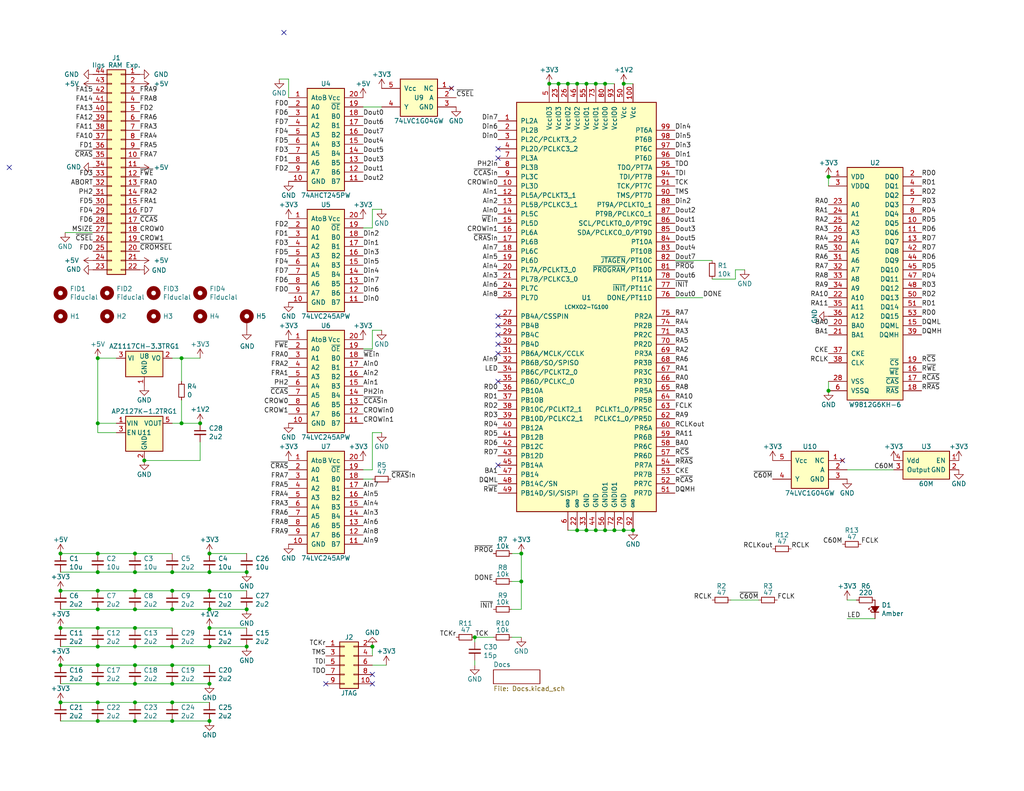
<source format=kicad_sch>
(kicad_sch (version 20230121) (generator eeschema)
  (paper "USLetter")
  (title_block (title "GW4201D (RAM2GS II) - LCMXO2-640 / LCMXO2-1200") (date "2023-10-27") (rev "2.1") (company "Garrett's Workshop"))
  (junction (at 16.51 191.77))
  (junction (at 26.67 181.61))
  (junction (at 57.15 161.29))
  (junction (at 26.67 166.37))
  (junction (at 36.83 181.61))
  (junction (at 67.31 176.53))
  (junction (at 157.48 144.78))
  (junction (at 26.67 196.85))
  (junction (at 36.83 191.77))
  (junction (at 26.67 151.13))
  (junction (at 46.99 196.85))
  (junction (at 49.53 97.79))
  (junction (at 36.83 156.21))
  (junction (at 160.02 144.78))
  (junction (at 39.37 125.73))
  (junction (at 57.15 166.37))
  (junction (at 57.15 196.85))
  (junction (at 67.31 156.21))
  (junction (at 16.51 171.45))
  (junction (at 142.24 151.13))
  (junction (at 170.18 144.78))
  (junction (at 170.18 22.86))
  (junction (at 46.99 156.21))
  (junction (at 46.99 191.77))
  (junction (at 16.51 181.61))
  (junction (at 26.67 115.57))
  (junction (at 26.67 191.77))
  (junction (at 26.67 171.45))
  (junction (at 172.72 144.78))
  (junction (at 36.83 186.69))
  (junction (at 162.56 22.86))
  (junction (at 101.6 176.53))
  (junction (at 57.15 176.53))
  (junction (at 46.99 161.29))
  (junction (at 162.56 144.78))
  (junction (at 36.83 151.13))
  (junction (at 36.83 161.29))
  (junction (at 57.15 186.69))
  (junction (at 226.06 48.26))
  (junction (at 36.83 171.45))
  (junction (at 36.83 166.37))
  (junction (at 67.31 166.37))
  (junction (at 226.06 106.68))
  (junction (at 26.67 161.29))
  (junction (at 57.15 151.13))
  (junction (at 49.53 115.57))
  (junction (at 36.83 196.85))
  (junction (at 26.67 176.53))
  (junction (at 142.24 158.75))
  (junction (at 46.99 176.53))
  (junction (at 165.1 144.78))
  (junction (at 157.48 22.86))
  (junction (at 149.86 22.86))
  (junction (at 57.15 171.45))
  (junction (at 154.94 22.86))
  (junction (at 54.61 115.57))
  (junction (at 26.67 186.69))
  (junction (at 26.67 156.21))
  (junction (at 26.67 97.79))
  (junction (at 160.02 22.86))
  (junction (at 46.99 186.69))
  (junction (at 129.54 173.99))
  (junction (at 152.4 22.86))
  (junction (at 46.99 181.61))
  (junction (at 167.64 144.78))
  (junction (at 165.1 22.86))
  (junction (at 36.83 176.53))
  (junction (at 16.51 161.29))
  (junction (at 46.99 166.37))
  (junction (at 16.51 151.13))
  (junction (at 57.15 156.21))
  (no_connect (at 88.9 186.69))
  (no_connect (at 101.6 184.15))
  (no_connect (at 135.89 88.9))
  (no_connect (at 135.89 43.18))
  (no_connect (at 101.6 186.69))
  (no_connect (at 135.89 86.36))
  (no_connect (at 135.89 127))
  (no_connect (at 2.54 45.72))
  (no_connect (at 229.87 125.73))
  (no_connect (at 135.89 96.52))
  (no_connect (at 135.89 40.64))
  (no_connect (at 135.89 91.44))
  (no_connect (at 135.89 93.98))
  (no_connect (at 135.89 104.14))
  (no_connect (at 77.47 8.89))
  (no_connect (at 123.19 24.13))
  (wire (pts (xy 46.99 176.53) (xy 57.15 176.53)))
  (wire (pts (xy 31.75 118.11) (xy 26.67 118.11)))
  (wire (pts (xy 49.53 109.22) (xy 49.53 115.57)))
  (wire (pts (xy 16.51 176.53) (xy 26.67 176.53)))
  (wire (pts (xy 36.83 176.53) (xy 46.99 176.53)))
  (wire (pts (xy 36.83 156.21) (xy 46.99 156.21)))
  (wire (pts (xy 78.74 21.59) (xy 76.2 21.59)))
  (wire (pts (xy 36.83 186.69) (xy 46.99 186.69)))
  (wire (pts (xy 26.67 196.85) (xy 36.83 196.85)))
  (wire (pts (xy 16.51 181.61) (xy 26.67 181.61)))
  (wire (pts (xy 142.24 151.13) (xy 139.7 151.13)))
  (wire (pts (xy 162.56 22.86) (xy 165.1 22.86)))
  (wire (pts (xy 101.6 90.17) (xy 104.14 90.17)))
  (wire (pts (xy 46.99 196.85) (xy 57.15 196.85)))
  (wire (pts (xy 200.66 73.66) (xy 203.2 73.66)))
  (wire (pts (xy 57.15 171.45) (xy 67.31 171.45)))
  (wire (pts (xy 101.6 130.81) (xy 99.06 130.81)))
  (wire (pts (xy 46.99 156.21) (xy 57.15 156.21)))
  (wire (pts (xy 101.6 57.15) (xy 104.14 57.15)))
  (wire (pts (xy 26.67 156.21) (xy 36.83 156.21)))
  (wire (pts (xy 160.02 144.78) (xy 157.48 144.78)))
  (wire (pts (xy 139.7 173.99) (xy 142.24 173.99)))
  (wire (pts (xy 226.06 106.68) (xy 226.06 104.14)))
  (wire (pts (xy 104.14 29.21) (xy 99.06 29.21)))
  (wire (pts (xy 194.31 71.12) (xy 184.15 71.12)))
  (wire (pts (xy 46.99 181.61) (xy 57.15 181.61)))
  (wire (pts (xy 46.99 191.77) (xy 57.15 191.77)))
  (wire (pts (xy 36.83 166.37) (xy 46.99 166.37)))
  (wire (pts (xy 200.66 76.2) (xy 200.66 73.66)))
  (wire (pts (xy 16.51 156.21) (xy 26.67 156.21)))
  (wire (pts (xy 26.67 161.29) (xy 36.83 161.29)))
  (wire (pts (xy 78.74 26.67) (xy 78.74 21.59)))
  (wire (pts (xy 16.51 166.37) (xy 26.67 166.37)))
  (wire (pts (xy 16.51 151.13) (xy 26.67 151.13)))
  (wire (pts (xy 154.94 22.86) (xy 157.48 22.86)))
  (wire (pts (xy 238.76 168.91) (xy 231.14 168.91)))
  (wire (pts (xy 101.6 118.11) (xy 104.14 118.11)))
  (wire (pts (xy 36.83 161.29) (xy 46.99 161.29)))
  (wire (pts (xy 46.99 166.37) (xy 57.15 166.37)))
  (wire (pts (xy 194.31 76.2) (xy 200.66 76.2)))
  (wire (pts (xy 152.4 22.86) (xy 154.94 22.86)))
  (wire (pts (xy 36.83 191.77) (xy 46.99 191.77)))
  (wire (pts (xy 105.41 181.61) (xy 101.6 181.61)))
  (wire (pts (xy 172.72 22.86) (xy 170.18 22.86)))
  (wire (pts (xy 184.15 81.28) (xy 191.77 81.28)))
  (wire (pts (xy 129.54 181.61) (xy 129.54 180.34)))
  (wire (pts (xy 142.24 151.13) (xy 142.24 158.75)))
  (wire (pts (xy 54.61 115.57) (xy 49.53 115.57)))
  (wire (pts (xy 101.6 62.23) (xy 101.6 57.15)))
  (wire (pts (xy 67.31 161.29) (xy 57.15 161.29)))
  (wire (pts (xy 142.24 158.75) (xy 142.24 166.37)))
  (wire (pts (xy 101.6 95.25) (xy 101.6 90.17)))
  (wire (pts (xy 46.99 161.29) (xy 57.15 161.29)))
  (wire (pts (xy 16.51 171.45) (xy 26.67 171.45)))
  (wire (pts (xy 26.67 186.69) (xy 36.83 186.69)))
  (wire (pts (xy 165.1 22.86) (xy 167.64 22.86)))
  (wire (pts (xy 31.75 115.57) (xy 26.67 115.57)))
  (wire (pts (xy 17.78 63.5) (xy 25.4 63.5)))
  (wire (pts (xy 157.48 22.86) (xy 160.02 22.86)))
  (wire (pts (xy 160.02 22.86) (xy 162.56 22.86)))
  (wire (pts (xy 26.67 191.77) (xy 36.83 191.77)))
  (wire (pts (xy 54.61 125.73) (xy 39.37 125.73)))
  (wire (pts (xy 26.67 151.13) (xy 36.83 151.13)))
  (wire (pts (xy 46.99 186.69) (xy 57.15 186.69)))
  (wire (pts (xy 26.67 171.45) (xy 36.83 171.45)))
  (wire (pts (xy 49.53 115.57) (xy 46.99 115.57)))
  (wire (pts (xy 54.61 120.65) (xy 54.61 125.73)))
  (wire (pts (xy 26.67 115.57) (xy 26.67 97.79)))
  (wire (pts (xy 101.6 128.27) (xy 99.06 128.27)))
  (wire (pts (xy 36.83 181.61) (xy 46.99 181.61)))
  (wire (pts (xy 57.15 166.37) (xy 67.31 166.37)))
  (wire (pts (xy 26.67 97.79) (xy 31.75 97.79)))
  (wire (pts (xy 165.1 144.78) (xy 162.56 144.78)))
  (wire (pts (xy 16.51 186.69) (xy 26.67 186.69)))
  (wire (pts (xy 16.51 196.85) (xy 26.67 196.85)))
  (wire (pts (xy 36.83 151.13) (xy 46.99 151.13)))
  (wire (pts (xy 49.53 104.14) (xy 49.53 97.79)))
  (wire (pts (xy 16.51 161.29) (xy 26.67 161.29)))
  (wire (pts (xy 26.67 181.61) (xy 36.83 181.61)))
  (wire (pts (xy 142.24 158.75) (xy 139.7 158.75)))
  (wire (pts (xy 57.15 176.53) (xy 67.31 176.53)))
  (wire (pts (xy 101.6 95.25) (xy 99.06 95.25)))
  (wire (pts (xy 129.54 173.99) (xy 134.62 173.99)))
  (wire (pts (xy 54.61 97.79) (xy 49.53 97.79)))
  (wire (pts (xy 170.18 144.78) (xy 167.64 144.78)))
  (wire (pts (xy 231.14 128.27) (xy 243.84 128.27)))
  (wire (pts (xy 167.64 144.78) (xy 165.1 144.78)))
  (wire (pts (xy 162.56 144.78) (xy 160.02 144.78)))
  (wire (pts (xy 67.31 151.13) (xy 57.15 151.13)))
  (wire (pts (xy 16.51 191.77) (xy 26.67 191.77)))
  (wire (pts (xy 26.67 166.37) (xy 36.83 166.37)))
  (wire (pts (xy 101.6 176.53) (xy 101.6 179.07)))
  (wire (pts (xy 129.54 173.99) (xy 129.54 175.26)))
  (wire (pts (xy 26.67 176.53) (xy 36.83 176.53)))
  (wire (pts (xy 57.15 156.21) (xy 67.31 156.21)))
  (wire (pts (xy 149.86 22.86) (xy 152.4 22.86)))
  (wire (pts (xy 142.24 166.37) (xy 139.7 166.37)))
  (wire (pts (xy 101.6 118.11) (xy 101.6 128.27)))
  (wire (pts (xy 157.48 144.78) (xy 154.94 144.78)))
  (wire (pts (xy 36.83 171.45) (xy 46.99 171.45)))
  (wire (pts (xy 199.39 163.83) (xy 207.01 163.83)))
  (wire (pts (xy 49.53 97.79) (xy 46.99 97.79)))
  (wire (pts (xy 231.14 163.83) (xy 233.68 163.83)))
  (wire (pts (xy 36.83 196.85) (xy 46.99 196.85)))
  (wire (pts (xy 172.72 144.78) (xy 170.18 144.78)))
  (wire (pts (xy 26.67 118.11) (xy 26.67 115.57)))
  (wire (pts (xy 226.06 48.26) (xy 226.06 50.8)))
  (wire (pts (xy 101.6 62.23) (xy 99.06 62.23)))
  (label "FD2" (at 78.74 46.99 180))
  (label "RA2" (at 184.15 96.52 0))
  (label "Dout2" (at 184.15 58.42 0))
  (label "RA0" (at 226.06 55.88 180))
  (label "RD7" (at 251.46 68.58 0))
  (label "Ain6" (at 135.89 78.74 180))
  (label "TDO" (at 184.15 45.72 0))
  (label "Dout7" (at 99.06 36.83 0))
  (label "BA0" (at 184.15 121.92 0))
  (label "~{FWE}" (at 78.74 95.25 180))
  (label "MSIZE" (at 25.4 63.5 180))
  (label "RD6" (at 135.89 121.92 180))
  (label "FRA3" (at 78.74 138.43 180))
  (label "TCK" (at 133.35 173.99 180))
  (label "RA2" (at 226.06 60.96 180))
  (label "Din7" (at 135.89 33.02 180))
  (label "RD4" (at 135.89 116.84 180))
  (label "RA11" (at 184.15 119.38 0))
  (label "RD1" (at 251.46 83.82 0))
  (label "Ain1" (at 99.06 105.41 0))
  (label "DONE" (at 134.62 158.75 180))
  (label "FRA1" (at 38.1 55.88 0))
  (label "Dout2" (at 99.06 49.53 0))
  (label "CROWin1" (at 135.89 63.5 180))
  (label "Ain4" (at 135.89 73.66 180))
  (label "FD3" (at 25.4 48.26 180))
  (label "RCLKout" (at 210.82 149.86 180))
  (label "LED" (at 135.89 101.6 180))
  (label "RA4" (at 184.15 88.9 0))
  (label "CROW0" (at 78.74 110.49 180))
  (label "FRA9" (at 78.74 146.05 180))
  (label "R~{WE}" (at 135.89 134.62 180))
  (label "Dout6" (at 99.06 34.29 0))
  (label "~{WE}in" (at 135.89 60.96 180))
  (label "RA0" (at 184.15 104.14 0))
  (label "RD7" (at 135.89 124.46 180))
  (label "~{CCAS}in" (at 99.06 110.49 0))
  (label "FRA4" (at 38.1 38.1 0))
  (label "FRA6" (at 38.1 33.02 0))
  (label "FD7" (at 78.74 34.29 180))
  (label "RA6" (at 226.06 71.12 180))
  (label "Din3" (at 99.06 69.85 0))
  (label "RA3" (at 184.15 91.44 0))
  (label "TCK" (at 184.15 50.8 0))
  (label "Ain8" (at 99.06 146.05 0))
  (label "FD2" (at 78.74 62.23 180))
  (label "FRA4" (at 78.74 135.89 180))
  (label "Dout5" (at 99.06 41.91 0))
  (label "Dout0" (at 184.15 81.28 0))
  (label "Dout4" (at 184.15 68.58 0))
  (label "RD7" (at 251.46 66.04 0))
  (label "RD5" (at 135.89 119.38 180))
  (label "RD3" (at 251.46 78.74 0))
  (label "TDI" (at 184.15 48.26 0))
  (label "R~{CS}" (at 184.15 124.46 0))
  (label "RA3" (at 226.06 63.5 180))
  (label "Dout5" (at 184.15 66.04 0))
  (label "TCKr" (at 88.9 176.53 180))
  (label "~{INIT}" (at 134.62 166.37 180))
  (label "Din5" (at 184.15 38.1 0))
  (label "RA8" (at 184.15 106.68 0))
  (label "PH2in" (at 135.89 45.72 180))
  (label "~{CRAS}in" (at 106.68 130.81 0))
  (label "~{CSEL}" (at 124.46 26.67 0))
  (label "RD1" (at 251.46 50.8 0))
  (label "FD6" (at 78.74 77.47 180))
  (label "~{PROG}" (at 134.62 151.13 180))
  (label "RA5" (at 226.06 68.58 180))
  (label "FD1" (at 78.74 44.45 180))
  (label "FA11" (at 25.4 35.56 180))
  (label "CROWin0" (at 135.89 50.8 180))
  (label "~{C60M}" (at 207.01 163.83 180))
  (label "FCLK" (at 234.95 148.59 0))
  (label "RA8" (at 226.06 76.2 180))
  (label "~{CRAS}" (at 25.4 43.18 180))
  (label "BA0" (at 226.06 88.9 180))
  (label "Ain6" (at 99.06 143.51 0))
  (label "RD3" (at 251.46 55.88 0))
  (label "TMS" (at 184.15 53.34 0))
  (label "FA14" (at 25.4 27.94 180))
  (label "Dout1" (at 99.06 46.99 0))
  (label "~{WE}in" (at 99.06 97.79 0))
  (label "FD7" (at 78.74 74.93 180))
  (label "LED" (at 231.14 168.91 0))
  (label "FD4" (at 78.74 36.83 180))
  (label "FCLK" (at 212.09 163.83 0))
  (label "RA11" (at 226.06 83.82 180))
  (label "CROWin0" (at 99.06 113.03 0))
  (label "Dout4" (at 99.06 39.37 0))
  (label "C60M" (at 243.84 128.27 180))
  (label "FRA0" (at 78.74 97.79 180))
  (label "RA10" (at 184.15 109.22 0))
  (label "Dout1" (at 184.15 60.96 0))
  (label "PH2" (at 78.74 105.41 180))
  (label "FRA8" (at 78.74 143.51 180))
  (label "Din6" (at 99.06 80.01 0))
  (label "RA7" (at 184.15 86.36 0))
  (label "Din1" (at 184.15 43.18 0))
  (label "FD1" (at 25.4 40.64 180))
  (label "CROW1" (at 78.74 113.03 180))
  (label "Din6" (at 135.89 35.56 180))
  (label "FRA2" (at 78.74 100.33 180))
  (label "FD6" (at 25.4 60.96 180))
  (label "FD6" (at 78.74 31.75 180))
  (label "FD0" (at 78.74 80.01 180))
  (label "Din5" (at 99.06 72.39 0))
  (label "RCLK" (at 194.31 163.83 180))
  (label "ABORT" (at 25.4 50.8 180))
  (label "Ain7" (at 135.89 68.58 180))
  (label "Ain2" (at 99.06 102.87 0))
  (label "RCLKout" (at 184.15 116.84 0))
  (label "R~{CAS}" (at 251.46 104.14 0))
  (label "Ain5" (at 135.89 71.12 180))
  (label "RCLK" (at 215.9 149.86 0))
  (label "Dout0" (at 99.06 31.75 0))
  (label "RD0" (at 251.46 48.26 0))
  (label "CROW0" (at 38.1 63.5 0))
  (label "RD4" (at 251.46 76.2 0))
  (label "C60M" (at 229.87 148.59 180))
  (label "FD7" (at 38.1 58.42 0))
  (label "Ain9" (at 135.89 99.06 180))
  (label "CKE" (at 226.06 96.52 180))
  (label "FRA7" (at 78.74 130.81 180))
  (label "CROW1" (at 38.1 66.04 0))
  (label "~{CRAS}in" (at 135.89 66.04 180))
  (label "Din2" (at 99.06 64.77 0))
  (label "~{CCAS}" (at 38.1 60.96 0))
  (label "TCKr" (at 124.46 173.99 180))
  (label "DQMH" (at 251.46 91.44 0))
  (label "FRA3" (at 38.1 35.56 0))
  (label "FRA2" (at 38.1 53.34 0))
  (label "TDO" (at 88.9 184.15 180))
  (label "~{PROG}" (at 184.15 73.66 0))
  (label "~{FWE}" (at 38.1 48.26 0))
  (label "Ain2" (at 135.89 55.88 180))
  (label "RD6" (at 251.46 63.5 0))
  (label "RA7" (at 226.06 73.66 180))
  (label "FRA6" (at 78.74 140.97 180))
  (label "RD2" (at 135.89 111.76 180))
  (label "FRA7" (at 38.1 43.18 0))
  (label "FRA9" (at 38.1 25.4 0))
  (label "RD2" (at 251.46 53.34 0))
  (label "Dout3" (at 99.06 44.45 0))
  (label "Ain3" (at 135.89 76.2 180))
  (label "R~{CAS}" (at 184.15 132.08 0))
  (label "RA6" (at 184.15 99.06 0))
  (label "RD6" (at 251.46 71.12 0))
  (label "Din0" (at 135.89 38.1 180))
  (label "Dout6" (at 184.15 76.2 0))
  (label "Ain0" (at 135.89 58.42 180))
  (label "FRA5" (at 78.74 133.35 180))
  (label "Ain4" (at 99.06 138.43 0))
  (label "FD2" (at 38.1 30.48 0))
  (label "~{CCAS}in" (at 135.89 48.26 180))
  (label "FA15" (at 25.4 25.4 180))
  (label "DQML" (at 135.89 132.08 180))
  (label "FD0" (at 25.4 68.58 180))
  (label "~{CCAS}" (at 78.74 107.95 180))
  (label "Din1" (at 99.06 67.31 0))
  (label "~{CRAS}" (at 78.74 128.27 180))
  (label "RD4" (at 251.46 58.42 0))
  (label "Dout3" (at 184.15 63.5 0))
  (label "Din3" (at 184.15 40.64 0))
  (label "FD3" (at 78.74 41.91 180))
  (label "RCLK" (at 226.06 99.06 180))
  (label "RD1" (at 135.89 109.22 180))
  (label "FCLK" (at 184.15 111.76 0))
  (label "FRA0" (at 38.1 50.8 0))
  (label "RD2" (at 251.46 81.28 0))
  (label "RD0" (at 135.89 106.68 180))
  (label "R~{RAS}" (at 184.15 127 0))
  (label "Ain7" (at 99.06 133.35 0))
  (label "RA5" (at 184.15 93.98 0))
  (label "FD5" (at 25.4 55.88 180))
  (label "RD0" (at 251.46 86.36 0))
  (label "PH2in" (at 99.06 107.95 0))
  (label "FD3" (at 78.74 67.31 180))
  (label "PH2" (at 25.4 53.34 180))
  (label "TMS" (at 88.9 179.07 180))
  (label "FRA1" (at 78.74 102.87 180))
  (label "RD3" (at 135.89 114.3 180))
  (label "TDI" (at 88.9 181.61 180))
  (label "RA1" (at 184.15 101.6 0))
  (label "R~{CS}" (at 251.46 99.06 0))
  (label "FD0" (at 78.74 29.21 180))
  (label "RA9" (at 184.15 114.3 0))
  (label "RA9" (at 226.06 78.74 180))
  (label "FA10" (at 25.4 38.1 180))
  (label "CROWin1" (at 99.06 115.57 0))
  (label "FD5" (at 78.74 69.85 180))
  (label "RD5" (at 251.46 73.66 0))
  (label "DQML" (at 251.46 88.9 0))
  (label "Ain5" (at 99.06 135.89 0))
  (label "Ain1" (at 135.89 53.34 180))
  (label "DQMH" (at 184.15 134.62 0))
  (label "Ain0" (at 99.06 100.33 0))
  (label "FD4" (at 78.74 72.39 180))
  (label "Din4" (at 184.15 35.56 0))
  (label "~{CSEL}" (at 25.4 66.04 180))
  (label "~{CROMSEL}" (at 38.1 68.58 0))
  (label "FA13" (at 25.4 30.48 180))
  (label "~{INIT}" (at 184.15 78.74 0))
  (label "Din4" (at 99.06 74.93 0))
  (label "DONE" (at 191.77 81.28 0))
  (label "~{C60M}" (at 210.82 130.81 180))
  (label "RA10" (at 226.06 81.28 180))
  (label "RA1" (at 226.06 58.42 180))
  (label "RD5" (at 251.46 60.96 0))
  (label "R~{WE}" (at 251.46 101.6 0))
  (label "Din2" (at 184.15 55.88 0))
  (label "BA1" (at 135.89 129.54 180))
  (label "Din0" (at 99.06 82.55 0))
  (label "FRA8" (at 38.1 27.94 0))
  (label "Dout7" (at 184.15 71.12 0))
  (label "CKE" (at 184.15 129.54 0))
  (label "FD1" (at 78.74 64.77 180))
  (label "BA1" (at 226.06 91.44 180))
  (label "FRA5" (at 38.1 40.64 0))
  (label "R~{RAS}" (at 251.46 106.68 0))
  (label "Ain9" (at 99.06 148.59 0))
  (label "Ain3" (at 99.06 140.97 0))
  (label "FD5" (at 78.74 39.37 180))
  (label "Din7" (at 99.06 77.47 0))
  (label "FA12" (at 25.4 33.02 180))
  (label "RA4" (at 226.06 66.04 180))
  (label "FD4" (at 25.4 58.42 180))
  (label "Ain8" (at 135.89 81.28 180))
  (symbol (lib_id "Connector_Generic:Conn_02x22_Counter_Clockwise") (at 33.02 45.72 0) (mirror y) (unit 1)
    (property "Reference" "J1" (at 31.75 16.51 0) (effects (justify bottom)))
    (property "Value" "IIgs RAM Exp." (at 31.75 17.78 0))
    (property "Footprint" "stdpads:AppleIIgsMemoryExpansion_Edge" (effects hide))
    (property "Notes" "DNP - edge connector" (effects hide))
  )
  (symbol (lib_id "power:GND") (at 38.1 20.32 90) (mirror x) (unit 1)
    (property "Reference" "#PWR0101" (effects hide))
    (property "Value" "GND" (at 41.91 20.32 90) (effects (justify right)))
  )
  (symbol (lib_id "power:GND") (at 25.4 20.32 270) (mirror x) (unit 1)
    (property "Reference" "#PWR0102" (effects hide))
    (property "Value" "GND" (at 21.59 20.32 90) (effects (justify right)))
  )
  (symbol (lib_id "power:GND") (at 25.4 73.66 270) (mirror x) (unit 1)
    (property "Reference" "#PWR0103" (effects hide))
    (property "Value" "GND" (at 22.1488 73.533 90) (effects (justify right)))
  )
  (symbol (lib_id "power:GND") (at 38.1 73.66 90) (mirror x) (unit 1)
    (property "Reference" "#PWR0104" (effects hide))
    (property "Value" "GND" (at 41.3512 73.787 90) (effects (justify right)))
  )
  (symbol (lib_id "power:+5V") (at 38.1 22.86 270) (mirror x) (unit 1)
    (property "Reference" "#PWR0105" (effects hide))
    (property "Value" "+5V" (at 41.91 22.86 90) (effects (justify left)))
  )
  (symbol (lib_id "power:+5V") (at 25.4 22.86 90) (mirror x) (unit 1)
    (property "Reference" "#PWR0106" (effects hide))
    (property "Value" "+5V" (at 21.59 22.86 90) (effects (justify left)))
  )
  (symbol (lib_id "power:+5V") (at 38.1 71.12 270) (mirror x) (unit 1)
    (property "Reference" "#PWR0107" (effects hide))
    (property "Value" "+5V" (at 41.91 71.12 90) (effects (justify left)))
  )
  (symbol (lib_id "power:+5V") (at 25.4 71.12 90) (mirror x) (unit 1)
    (property "Reference" "#PWR0108" (effects hide))
    (property "Value" "+5V" (at 21.59 71.12 90) (effects (justify left)))
  )
  (symbol (lib_id "power:+5V") (at 38.1 45.72 270) (mirror x) (unit 1)
    (property "Reference" "#PWR0109" (effects hide))
    (property "Value" "+5V" (at 41.91 45.72 90) (effects (justify left)))
  )
  (symbol (lib_id "power:GND") (at 25.4 45.72 270) (mirror x) (unit 1)
    (property "Reference" "#PWR0110" (effects hide))
    (property "Value" "GND" (at 22.1488 45.593 90) (effects (justify right)))
  )
  (symbol (lib_id "Mechanical:MountingHole") (at 16.51 80.01 0) (unit 1)
    (property "Reference" "FID1" (at 19.05 78.8416 0) (effects (justify left)))
    (property "Value" "Fiducial" (at 19.05 81.153 0) (effects (justify left)))
    (property "Footprint" "stdpads:Fiducial" (effects hide))
    (property "Notes" "DNP - SMT vision system fiducial" (effects hide))
  )
  (symbol (lib_id "Mechanical:MountingHole") (at 29.21 80.01 0) (unit 1)
    (property "Reference" "FID2" (at 31.75 78.8416 0) (effects (justify left)))
    (property "Value" "Fiducial" (at 31.75 81.153 0) (effects (justify left)))
    (property "Footprint" "stdpads:Fiducial" (effects hide))
    (property "Notes" "DNP - SMT vision system fiducial" (effects hide))
  )
  (symbol (lib_id "Mechanical:MountingHole") (at 41.91 80.01 0) (unit 1)
    (property "Reference" "FID3" (at 44.45 78.8416 0) (effects (justify left)))
    (property "Value" "Fiducial" (at 44.45 81.153 0) (effects (justify left)))
    (property "Footprint" "stdpads:Fiducial" (effects hide))
    (property "Notes" "DNP - SMT vision system fiducial" (effects hide))
  )
  (symbol (lib_id "Mechanical:MountingHole") (at 54.61 80.01 0) (unit 1)
    (property "Reference" "FID4" (at 57.15 78.8416 0) (effects (justify left)))
    (property "Value" "Fiducial" (at 57.15 81.153 0) (effects (justify left)))
    (property "Footprint" "stdpads:Fiducial" (effects hide))
    (property "Notes" "DNP - SMT vision system fiducial" (effects hide))
  )
  (symbol (lib_id "GW_Logic:74245") (at 88.9 38.1 0) (unit 1)
    (property "Reference" "U4" (at 88.9 22.86 0))
    (property "Value" "74AHCT245PW" (at 88.9 53.34 0))
    (property "Footprint" "stdpads:TSSOP-20_4.4x6.5mm_P0.65mm" (effects hide))
    (property "LCSC Part" "C173388" (effects hide))
    (property "Mfg. Part Numbers" "NXP 74AHCT245PW, TI SN74AHCT245PW" (effects hide))
    (property "Notes" "Most 74AHCT245 in TSSOP-20 package is acceptable." (effects hide))
  )
  (symbol (lib_id "GW_Logic:74245") (at 88.9 71.12 0) (unit 1)
    (property "Reference" "U5" (at 88.9 55.88 0))
    (property "Value" "74LVC245APW" (at 88.9 86.36 0))
    (property "Footprint" "stdpads:TSSOP-20_4.4x6.5mm_P0.65mm" (effects hide))
    (property "LCSC Part" "C6082" (effects hide))
    (property "Mfg. Part Numbers" "NXP 74LVC245APW, TI SN74LVC245APW" (effects hide))
    (property "Notes" "Most 74LVC245 or 74AHC245 in TSSOP-20 package is acceptable." (effects hide))
  )
  (symbol (lib_id "GW_Logic:74245") (at 88.9 104.14 0) (unit 1)
    (property "Reference" "U6" (at 88.9 88.9 0))
    (property "Value" "74LVC245APW" (at 88.9 119.38 0))
    (property "Footprint" "stdpads:TSSOP-20_4.4x6.5mm_P0.65mm" (effects hide))
    (property "LCSC Part" "C6082" (effects hide))
    (property "Mfg. Part Numbers" "NXP 74LVC245APW, TI SN74LVC245APW" (effects hide))
    (property "Notes" "Most 74LVC245 or 74AHC245 in TSSOP-20 package is acceptable." (effects hide))
  )
  (symbol (lib_id "GW_Logic:74245") (at 88.9 137.16 0) (unit 1)
    (property "Reference" "U7" (at 88.9 121.92 0))
    (property "Value" "74LVC245APW" (at 88.9 152.4 0))
    (property "Footprint" "stdpads:TSSOP-20_4.4x6.5mm_P0.65mm" (effects hide))
    (property "LCSC Part" "C6082" (effects hide))
    (property "Mfg. Part Numbers" "NXP 74LVC245APW, TI SN74LVC245APW" (effects hide))
    (property "Notes" "Most 74LVC245 or 74AHC245 in TSSOP-20 package is acceptable." (effects hide))
  )
  (symbol (lib_id "power:GND") (at 78.74 115.57 0) (mirror y) (unit 1)
    (property "Reference" "#PWR0111" (effects hide))
    (property "Value" "GND" (at 78.74 119.38 0))
  )
  (symbol (lib_id "power:GND") (at 78.74 148.59 0) (mirror y) (unit 1)
    (property "Reference" "#PWR0112" (effects hide))
    (property "Value" "GND" (at 78.74 152.4 0))
  )
  (symbol (lib_id "power:GND") (at 78.74 82.55 0) (mirror y) (unit 1)
    (property "Reference" "#PWR0114" (effects hide))
    (property "Value" "GND" (at 78.74 86.36 0))
  )
  (symbol (lib_id "power:GND") (at 78.74 49.53 0) (mirror y) (unit 1)
    (property "Reference" "#PWR0115" (effects hide))
    (property "Value" "GND" (at 78.74 53.34 0))
  )
  (symbol (lib_id "power:GND") (at 76.2 21.59 0) (unit 1)
    (property "Reference" "#PWR0117" (effects hide))
    (property "Value" "GND" (at 76.2 25.4 0))
  )
  (symbol (lib_id "power:+3V3") (at 78.74 125.73 0) (unit 1)
    (property "Reference" "#PWR0118" (effects hide))
    (property "Value" "+3V3" (at 78.74 121.92 0))
  )
  (symbol (lib_id "power:+3V3") (at 99.06 125.73 0) (unit 1)
    (property "Reference" "#PWR0119" (effects hide))
    (property "Value" "+3V3" (at 97.79 121.92 0))
  )
  (symbol (lib_id "power:+3V3") (at 99.06 92.71 0) (unit 1)
    (property "Reference" "#PWR0120" (effects hide))
    (property "Value" "+3V3" (at 99.06 88.9 0))
  )
  (symbol (lib_id "power:+3V3") (at 99.06 59.69 0) (unit 1)
    (property "Reference" "#PWR0121" (effects hide))
    (property "Value" "+3V3" (at 99.06 55.88 0))
  )
  (symbol (lib_id "power:+3V3") (at 78.74 59.69 0) (unit 1)
    (property "Reference" "#PWR0122" (effects hide))
    (property "Value" "+3V3" (at 78.74 55.88 0))
  )
  (symbol (lib_id "power:+3V3") (at 78.74 92.71 0) (unit 1)
    (property "Reference" "#PWR0123" (effects hide))
    (property "Value" "+3V3" (at 78.74 88.9 0))
  )
  (symbol (lib_id "power:GND") (at 104.14 90.17 0) (mirror y) (unit 1)
    (property "Reference" "#PWR0124" (effects hide))
    (property "Value" "GND" (at 104.14 93.98 0))
  )
  (symbol (lib_id "power:GND") (at 104.14 57.15 0) (mirror y) (unit 1)
    (property "Reference" "#PWR0125" (effects hide))
    (property "Value" "GND" (at 104.14 60.96 0))
  )
  (symbol (lib_id "power:GND") (at 104.14 118.11 0) (mirror y) (unit 1)
    (property "Reference" "#PWR0126" (effects hide))
    (property "Value" "GND" (at 104.14 121.92 0))
  )
  (symbol (lib_id "GW_RAM:SDRAM-16Mx16-TSOP2-54") (at 238.76 73.66 0) (unit 1)
    (property "Reference" "U2" (at 238.76 44.45 0))
    (property "Value" "W9812G6KH-6" (at 238.76 110.49 0))
    (property "Footprint" "stdpads:TSOP-II-54_22.2x10.16mm_P0.8mm" (effects hide))
    (property "LCSC Part" "C62379" (effects hide))
    (property "Mfg. Part Numbers" "Winbond W9812G6KH-6, Winbond W9812G6KH-6I, Winbond W9825G6KH-6, Winbond W9825G6KH-6I, ISSI IS42S16160J-6TL, ISSI IS42S16160J-6TLI, Micron MT48LC16M16A2P-6A :G, Micron MT48LC16M16A2P-6A IT:G" (effects hide))
    (property "Notes" "Most 166 MHz 128/256 Mbit x16 SDRAM is acceptable." (effects hide))
  )
  (symbol (lib_id "GW_Logic:Oscillator_4P") (at 252.73 128.27 0) (mirror y) (unit 1)
    (property "Reference" "U3" (at 252.73 121.92 0))
    (property "Value" "60M" (at 252.73 132.08 0))
    (property "Footprint" "stdpads:Crystal_SMD_7050-4Pin_7.0x5.0mm_SiTime" (effects hide))
    (property "LCSC Part" "C26255" (effects hide))
    (property "Mfg. Part Numbers" "SiTime SIT1602AI-82-33E-60.000000Y, Shenzhen SCTF S7D60.000000B20F30T, Taiten OCETGLJTNF-60MHZ" (effects hide))
    (property "Notes" "Most 60-62.5 MHz 3.3V crystal oscillator or silicon oscillator is acceptable. Do not use crystal resonator or ceramic resonator." (effects hide))
  )
  (symbol (lib_id "power:GND") (at 261.62 128.27 0) (unit 1)
    (property "Reference" "#PWR0128" (effects hide))
    (property "Value" "GND" (at 261.62 132.08 0))
  )
  (symbol (lib_id "power:+3V3") (at 261.62 125.73 0) (mirror y) (unit 1)
    (property "Reference" "#PWR0129" (effects hide))
    (property "Value" "+3V3" (at 261.62 121.92 0))
  )
  (symbol (lib_id "power:GND") (at 226.06 106.68 0) (mirror y) (unit 1)
    (property "Reference" "#PWR0130" (effects hide))
    (property "Value" "GND" (at 226.06 110.49 0))
  )
  (symbol (lib_id "power:+3V3") (at 226.06 48.26 0) (unit 1)
    (property "Reference" "#PWR0131" (effects hide))
    (property "Value" "+3V3" (at 226.06 44.45 0))
  )
  (symbol (lib_id "Regulator_Linear:LD1117S33TR_SOT223") (at 39.37 97.79 0) (unit 1)
    (property "Reference" "U8" (at 39.37 96.52 0) (effects (justify top)))
    (property "Value" "AZ1117CH-3.3TRG1" (at 39.37 95.25 0) (effects (justify bottom)))
    (property "Footprint" "stdpads:SOT-223" (effects hide))
    (property "LCSC Part" "C92102" (effects hide))
    (property "Mfg. Part Numbers" "Diodes AZ1117CH-3.3TRG1, Diodes AZ1117EH-3.3TRG1" (effects hide))
    (property "Notes" "Most 1117-type 3.3V regulator in SOT-223 package is acceptable." (effects hide))
  )
  (symbol (lib_id "power:GND") (at 39.37 105.41 0) (mirror y) (unit 1)
    (property "Reference" "#PWR0132" (effects hide))
    (property "Value" "GND" (at 39.37 109.22 0))
  )
  (symbol (lib_id "power:+3V3") (at 54.61 97.79 0) (unit 1)
    (property "Reference" "#PWR0133" (effects hide))
    (property "Value" "+3V3" (at 54.61 93.98 0))
  )
  (symbol (lib_id "power:+5V") (at 26.67 97.79 0) (mirror y) (unit 1)
    (property "Reference" "#PWR0134" (effects hide))
    (property "Value" "+5V" (at 26.67 93.98 0))
  )
  (symbol (lib_id "GW_Logic:741G04GW") (at 220.98 128.27 0) (mirror y) (unit 1)
    (property "Reference" "U10" (at 220.98 121.92 0))
    (property "Value" "74LVC1G04GW" (at 220.98 134.62 0))
    (property "Footprint" "stdpads:SOT-353" (effects hide))
    (property "LCSC Part" "C10237" (effects hide))
    (property "Mfg. Part Numbers" "NXP 74LVC1G04GW, TI SN74LVC1G04DCK" (effects hide))
    (property "Notes" "Most 74LVC1G04 or 74AHC1G04 in SOT-353 package is acceptable." (effects hide))
  )
  (symbol (lib_id "power:+3V3") (at 210.82 125.73 0) (mirror y) (unit 1)
    (property "Reference" "#PWR0156" (effects hide))
    (property "Value" "+3V3" (at 210.82 121.92 0))
  )
  (symbol (lib_id "GW_Logic:741G04GW") (at 114.3 26.67 0) (mirror y) (unit 1)
    (property "Reference" "U9" (at 114.3 26.67 0))
    (property "Value" "74LVC1G04GW" (at 114.3 33.02 0))
    (property "Footprint" "stdpads:SOT-353" (effects hide))
    (property "LCSC Part" "C10237" (effects hide))
    (property "Mfg. Part Numbers" "NXP 74LVC1G04GW, TI SN74LVC1G04DCK" (effects hide))
    (property "Notes" "Most 74LVC1G04 or 74AHC1G04 in SOT-353 package is acceptable." (effects hide))
  )
  (symbol (lib_id "power:GND") (at 124.46 29.21 0) (mirror y) (unit 1)
    (property "Reference" "#PWR0116" (effects hide))
    (property "Value" "GND" (at 124.46 33.02 0))
  )
  (symbol (lib_id "power:GND") (at 231.14 130.81 0) (mirror y) (unit 1)
    (property "Reference" "#PWR0127" (effects hide))
    (property "Value" "GND" (at 231.14 134.62 0))
  )
  (symbol (lib_id "power:+3V3") (at 243.84 125.73 0) (mirror y) (unit 1)
    (property "Reference" "#PWR0149" (effects hide))
    (property "Value" "+3V3" (at 243.84 121.92 0))
  )
  (symbol (lib_id "Connector_Generic:Conn_02x05_Odd_Even") (at 93.98 181.61 0) (unit 1)
    (property "Reference" "J2" (at 95.25 173.99 0))
    (property "Value" "JTAG" (at 95.25 189.23 0))
    (property "Footprint" "Connector:Tag-Connect_TC2050-IDC-FP_2x05_P1.27mm_Vertical" (effects hide))
    (property "Notes" "DNP - test pad connector" (effects hide))
  )
  (symbol (lib_id "power:GND") (at 101.6 176.53 180) (unit 1)
    (property "Reference" "#PWR0151" (effects hide))
    (property "Value" "GND" (at 101.6 172.72 0))
  )
  (symbol (lib_id "power:+3V3") (at 105.41 181.61 0) (unit 1)
    (property "Reference" "#PWR0152" (effects hide))
    (property "Value" "+3V3" (at 105.41 177.8 0))
  )
  (symbol (lib_id "power:GND") (at 17.78 63.5 0) (mirror y) (unit 1)
    (property "Reference" "#PWR0155" (effects hide))
    (property "Value" "GND" (at 17.78 67.31 0))
  )
  (symbol (lib_id "power:GND") (at 67.31 156.21 0) (mirror y) (unit 1)
    (property "Reference" "#PWR0137" (effects hide))
    (property "Value" "GND" (at 67.31 160.02 0))
  )
  (symbol (lib_id "power:+5V") (at 16.51 151.13 0) (mirror y) (unit 1)
    (property "Reference" "#PWR0138" (effects hide))
    (property "Value" "+5V" (at 16.51 147.32 0))
  )
  (symbol (lib_id "power:+3V3") (at 16.51 161.29 0) (unit 1)
    (property "Reference" "#PWR0139" (effects hide))
    (property "Value" "+3V3" (at 16.51 157.48 0))
  )
  (symbol (lib_id "power:GND") (at 67.31 166.37 0) (mirror y) (unit 1)
    (property "Reference" "#PWR0140" (effects hide))
    (property "Value" "GND" (at 67.31 170.18 0))
  )
  (symbol (lib_id "power:+3V3") (at 16.51 171.45 0) (unit 1)
    (property "Reference" "#PWR0141" (effects hide))
    (property "Value" "+3V3" (at 16.51 167.64 0))
  )
  (symbol (lib_id "power:GND") (at 67.31 176.53 0) (mirror y) (unit 1)
    (property "Reference" "#PWR0142" (effects hide))
    (property "Value" "GND" (at 67.31 180.34 0))
  )
  (symbol (lib_id "power:+3V3") (at 16.51 181.61 0) (unit 1)
    (property "Reference" "#PWR0143" (effects hide))
    (property "Value" "+3V3" (at 16.51 177.8 0))
  )
  (symbol (lib_id "power:GND") (at 57.15 186.69 0) (mirror y) (unit 1)
    (property "Reference" "#PWR0144" (effects hide))
    (property "Value" "GND" (at 57.15 190.5 0))
  )
  (symbol (lib_id "power:+3V3") (at 16.51 191.77 0) (unit 1)
    (property "Reference" "#PWR0145" (effects hide))
    (property "Value" "+3V3" (at 16.51 187.96 0))
  )
  (symbol (lib_id "power:GND") (at 57.15 196.85 0) (mirror y) (unit 1)
    (property "Reference" "#PWR0146" (effects hide))
    (property "Value" "GND" (at 57.15 200.66 0))
  )
  (symbol (lib_id "power:+3V3") (at 57.15 151.13 0) (unit 1)
    (property "Reference" "#PWR0147" (effects hide))
    (property "Value" "+3V3" (at 57.15 147.32 0))
  )
  (symbol (lib_id "Device:C_Small") (at 16.51 163.83 0) (unit 1)
    (property "Reference" "C6" (at 18.8468 162.6616 0) (effects (justify left)))
    (property "Value" "2u2" (at 18.8468 164.973 0) (effects (justify left)))
    (property "Footprint" "stdpads:C_0603" (effects hide))
    (property "LCSC Part" "C23630" (effects hide))
    (property "Notes" "10V or higher. Any manufacturer's part is acceptable but Samsung, Murata, Yageo preferred." (effects hide))
    (property "Mfg. Part Numbers" "Samsung CL10A225KO8NNNC" (effects hide))
  )
  (symbol (lib_id "Device:C_Small") (at 26.67 163.83 0) (unit 1)
    (property "Reference" "C7" (at 29.0068 162.6616 0) (effects (justify left)))
    (property "Value" "2u2" (at 29.0068 164.973 0) (effects (justify left)))
    (property "Footprint" "stdpads:C_0603" (effects hide))
    (property "LCSC Part" "C23630" (effects hide))
    (property "Notes" "10V or higher. Any manufacturer's part is acceptable but Samsung, Murata, Yageo preferred." (effects hide))
    (property "Mfg. Part Numbers" "Samsung CL10A225KO8NNNC" (effects hide))
  )
  (symbol (lib_id "Device:C_Small") (at 36.83 163.83 0) (unit 1)
    (property "Reference" "C8" (at 39.1668 162.6616 0) (effects (justify left)))
    (property "Value" "2u2" (at 39.1668 164.973 0) (effects (justify left)))
    (property "Footprint" "stdpads:C_0603" (effects hide))
    (property "LCSC Part" "C23630" (effects hide))
    (property "Notes" "10V or higher. Any manufacturer's part is acceptable but Samsung, Murata, Yageo preferred." (effects hide))
    (property "Mfg. Part Numbers" "Samsung CL10A225KO8NNNC" (effects hide))
  )
  (symbol (lib_id "Device:C_Small") (at 46.99 163.83 0) (unit 1)
    (property "Reference" "C9" (at 49.3268 162.6616 0) (effects (justify left)))
    (property "Value" "2u2" (at 49.3268 164.973 0) (effects (justify left)))
    (property "Footprint" "stdpads:C_0603" (effects hide))
    (property "LCSC Part" "C23630" (effects hide))
    (property "Notes" "10V or higher. Any manufacturer's part is acceptable but Samsung, Murata, Yageo preferred." (effects hide))
    (property "Mfg. Part Numbers" "Samsung CL10A225KO8NNNC" (effects hide))
  )
  (symbol (lib_id "Device:C_Small") (at 57.15 163.83 0) (unit 1)
    (property "Reference" "C10" (at 59.4868 162.6616 0) (effects (justify left)))
    (property "Value" "2u2" (at 59.4868 164.973 0) (effects (justify left)))
    (property "Footprint" "stdpads:C_0603" (effects hide))
    (property "LCSC Part" "C23630" (effects hide))
    (property "Notes" "10V or higher. Any manufacturer's part is acceptable but Samsung, Murata, Yageo preferred." (effects hide))
    (property "Mfg. Part Numbers" "Samsung CL10A225KO8NNNC" (effects hide))
  )
  (symbol (lib_id "Device:C_Small") (at 16.51 173.99 0) (unit 1)
    (property "Reference" "C11" (at 18.8468 172.8216 0) (effects (justify left)))
    (property "Value" "2u2" (at 18.8468 175.133 0) (effects (justify left)))
    (property "Footprint" "stdpads:C_0603" (effects hide))
    (property "LCSC Part" "C23630" (effects hide))
    (property "Notes" "10V or higher. Any manufacturer's part is acceptable but Samsung, Murata, Yageo preferred." (effects hide))
    (property "Mfg. Part Numbers" "Samsung CL10A225KO8NNNC" (effects hide))
  )
  (symbol (lib_id "Device:C_Small") (at 26.67 173.99 0) (unit 1)
    (property "Reference" "C12" (at 29.0068 172.8216 0) (effects (justify left)))
    (property "Value" "2u2" (at 29.0068 175.133 0) (effects (justify left)))
    (property "Footprint" "stdpads:C_0603" (effects hide))
    (property "LCSC Part" "C23630" (effects hide))
    (property "Notes" "10V or higher. Any manufacturer's part is acceptable but Samsung, Murata, Yageo preferred." (effects hide))
    (property "Mfg. Part Numbers" "Samsung CL10A225KO8NNNC" (effects hide))
  )
  (symbol (lib_id "Device:C_Small") (at 36.83 173.99 0) (unit 1)
    (property "Reference" "C13" (at 39.1668 172.8216 0) (effects (justify left)))
    (property "Value" "2u2" (at 39.1668 175.133 0) (effects (justify left)))
    (property "Footprint" "stdpads:C_0603" (effects hide))
    (property "LCSC Part" "C23630" (effects hide))
    (property "Notes" "10V or higher. Any manufacturer's part is acceptable but Samsung, Murata, Yageo preferred." (effects hide))
    (property "Mfg. Part Numbers" "Samsung CL10A225KO8NNNC" (effects hide))
  )
  (symbol (lib_id "Device:C_Small") (at 57.15 173.99 0) (unit 1)
    (property "Reference" "C14" (at 59.4868 172.8216 0) (effects (justify left)))
    (property "Value" "2u2" (at 59.4868 175.133 0) (effects (justify left)))
    (property "Footprint" "stdpads:C_0603" (effects hide))
    (property "LCSC Part" "C23630" (effects hide))
    (property "Notes" "10V or higher. Any manufacturer's part is acceptable but Samsung, Murata, Yageo preferred." (effects hide))
    (property "Mfg. Part Numbers" "Samsung CL10A225KO8NNNC" (effects hide))
  )
  (symbol (lib_id "Device:C_Small") (at 67.31 173.99 0) (unit 1)
    (property "Reference" "C15" (at 69.6468 172.8216 0) (effects (justify left)))
    (property "Value" "2u2" (at 69.6468 175.133 0) (effects (justify left)))
    (property "Footprint" "stdpads:C_0603" (effects hide))
    (property "LCSC Part" "C23630" (effects hide))
    (property "Notes" "10V or higher. Any manufacturer's part is acceptable but Samsung, Murata, Yageo preferred." (effects hide))
    (property "Mfg. Part Numbers" "Samsung CL10A225KO8NNNC" (effects hide))
  )
  (symbol (lib_id "Device:C_Small") (at 16.51 184.15 0) (unit 1)
    (property "Reference" "C16" (at 18.8468 182.9816 0) (effects (justify left)))
    (property "Value" "2u2" (at 18.8468 185.293 0) (effects (justify left)))
    (property "Footprint" "stdpads:C_0603" (effects hide))
    (property "LCSC Part" "C23630" (effects hide))
    (property "Notes" "10V or higher. Any manufacturer's part is acceptable but Samsung, Murata, Yageo preferred." (effects hide))
    (property "Mfg. Part Numbers" "Samsung CL10A225KO8NNNC" (effects hide))
  )
  (symbol (lib_id "Device:C_Small") (at 26.67 184.15 0) (unit 1)
    (property "Reference" "C17" (at 29.0068 182.9816 0) (effects (justify left)))
    (property "Value" "2u2" (at 29.0068 185.293 0) (effects (justify left)))
    (property "Footprint" "stdpads:C_0603" (effects hide))
    (property "LCSC Part" "C23630" (effects hide))
    (property "Notes" "10V or higher. Any manufacturer's part is acceptable but Samsung, Murata, Yageo preferred." (effects hide))
    (property "Mfg. Part Numbers" "Samsung CL10A225KO8NNNC" (effects hide))
  )
  (symbol (lib_id "Device:C_Small") (at 36.83 184.15 0) (unit 1)
    (property "Reference" "C18" (at 39.1668 182.9816 0) (effects (justify left)))
    (property "Value" "2u2" (at 39.1668 185.293 0) (effects (justify left)))
    (property "Footprint" "stdpads:C_0603" (effects hide))
    (property "LCSC Part" "C23630" (effects hide))
    (property "Notes" "10V or higher. Any manufacturer's part is acceptable but Samsung, Murata, Yageo preferred." (effects hide))
    (property "Mfg. Part Numbers" "Samsung CL10A225KO8NNNC" (effects hide))
  )
  (symbol (lib_id "Device:C_Small") (at 46.99 184.15 0) (unit 1)
    (property "Reference" "C19" (at 49.3268 182.9816 0) (effects (justify left)))
    (property "Value" "2u2" (at 49.3268 185.293 0) (effects (justify left)))
    (property "Footprint" "stdpads:C_0603" (effects hide))
    (property "LCSC Part" "C23630" (effects hide))
    (property "Notes" "10V or higher. Any manufacturer's part is acceptable but Samsung, Murata, Yageo preferred." (effects hide))
    (property "Mfg. Part Numbers" "Samsung CL10A225KO8NNNC" (effects hide))
  )
  (symbol (lib_id "Device:C_Small") (at 57.15 184.15 0) (unit 1)
    (property "Reference" "C20" (at 59.4868 182.9816 0) (effects (justify left)))
    (property "Value" "2u2" (at 59.4868 185.293 0) (effects (justify left)))
    (property "Footprint" "stdpads:C_0603" (effects hide))
    (property "LCSC Part" "C23630" (effects hide))
    (property "Notes" "10V or higher. Any manufacturer's part is acceptable but Samsung, Murata, Yageo preferred." (effects hide))
    (property "Mfg. Part Numbers" "Samsung CL10A225KO8NNNC" (effects hide))
  )
  (symbol (lib_id "Device:C_Small") (at 16.51 194.31 0) (unit 1)
    (property "Reference" "C21" (at 18.8468 193.1416 0) (effects (justify left)))
    (property "Value" "2u2" (at 18.8468 195.453 0) (effects (justify left)))
    (property "Footprint" "stdpads:C_0603" (effects hide))
    (property "LCSC Part" "C23630" (effects hide))
    (property "Notes" "10V or higher. Any manufacturer's part is acceptable but Samsung, Murata, Yageo preferred." (effects hide))
    (property "Mfg. Part Numbers" "Samsung CL10A225KO8NNNC" (effects hide))
  )
  (symbol (lib_id "Device:C_Small") (at 26.67 194.31 0) (unit 1)
    (property "Reference" "C22" (at 29.0068 193.1416 0) (effects (justify left)))
    (property "Value" "2u2" (at 29.0068 195.453 0) (effects (justify left)))
    (property "Footprint" "stdpads:C_0603" (effects hide))
    (property "LCSC Part" "C23630" (effects hide))
    (property "Notes" "10V or higher. Any manufacturer's part is acceptable but Samsung, Murata, Yageo preferred." (effects hide))
    (property "Mfg. Part Numbers" "Samsung CL10A225KO8NNNC" (effects hide))
  )
  (symbol (lib_id "Device:C_Small") (at 36.83 194.31 0) (unit 1)
    (property "Reference" "C23" (at 39.1668 193.1416 0) (effects (justify left)))
    (property "Value" "2u2" (at 39.1668 195.453 0) (effects (justify left)))
    (property "Footprint" "stdpads:C_0603" (effects hide))
    (property "LCSC Part" "C23630" (effects hide))
    (property "Notes" "10V or higher. Any manufacturer's part is acceptable but Samsung, Murata, Yageo preferred." (effects hide))
    (property "Mfg. Part Numbers" "Samsung CL10A225KO8NNNC" (effects hide))
  )
  (symbol (lib_id "Device:C_Small") (at 46.99 194.31 0) (unit 1)
    (property "Reference" "C24" (at 49.3268 193.1416 0) (effects (justify left)))
    (property "Value" "2u2" (at 49.3268 195.453 0) (effects (justify left)))
    (property "Footprint" "stdpads:C_0603" (effects hide))
    (property "LCSC Part" "C23630" (effects hide))
    (property "Notes" "10V or higher. Any manufacturer's part is acceptable but Samsung, Murata, Yageo preferred." (effects hide))
    (property "Mfg. Part Numbers" "Samsung CL10A225KO8NNNC" (effects hide))
  )
  (symbol (lib_id "Device:C_Small") (at 57.15 194.31 0) (unit 1)
    (property "Reference" "C25" (at 59.4868 193.1416 0) (effects (justify left)))
    (property "Value" "2u2" (at 59.4868 195.453 0) (effects (justify left)))
    (property "Footprint" "stdpads:C_0603" (effects hide))
    (property "LCSC Part" "C23630" (effects hide))
    (property "Notes" "10V or higher. Any manufacturer's part is acceptable but Samsung, Murata, Yageo preferred." (effects hide))
    (property "Mfg. Part Numbers" "Samsung CL10A225KO8NNNC" (effects hide))
  )
  (symbol (lib_id "Device:C_Small") (at 46.99 153.67 0) (unit 1)
    (property "Reference" "C5" (at 49.3268 152.5016 0) (effects (justify left)))
    (property "Value" "2u2" (at 49.3268 154.813 0) (effects (justify left)))
    (property "Footprint" "stdpads:C_0603" (effects hide))
    (property "LCSC Part" "C23630" (effects hide))
    (property "Notes" "10V or higher. Any manufacturer's part is acceptable but Samsung, Murata, Yageo preferred." (effects hide))
    (property "Mfg. Part Numbers" "Samsung CL10A225KO8NNNC" (effects hide))
  )
  (symbol (lib_id "Device:C_Small") (at 16.51 153.67 0) (unit 1)
    (property "Reference" "C1" (at 18.8468 152.5016 0) (effects (justify left)))
    (property "Value" "10u" (at 18.8468 154.813 0) (effects (justify left)))
    (property "Footprint" "stdpads:C_0805" (effects hide))
    (property "LCSC Part" "C15850" (effects hide))
    (property "Notes" "10V or higher. Any manufacturer's part is acceptable but Samsung, Murata, Yageo preferred." (effects hide))
    (property "Mfg. Part Numbers" "Samsung CL21A106KAYNNNE" (effects hide))
  )
  (symbol (lib_id "Device:C_Small") (at 26.67 153.67 0) (unit 1)
    (property "Reference" "C2" (at 29.0068 152.5016 0) (effects (justify left)))
    (property "Value" "10u" (at 29.0068 154.813 0) (effects (justify left)))
    (property "Footprint" "stdpads:C_0805" (effects hide))
    (property "LCSC Part" "C15850" (effects hide))
    (property "Notes" "10V or higher. Any manufacturer's part is acceptable but Samsung, Murata, Yageo preferred." (effects hide))
    (property "Mfg. Part Numbers" "Samsung CL21A106KAYNNNE" (effects hide))
  )
  (symbol (lib_id "Device:C_Small") (at 36.83 153.67 0) (unit 1)
    (property "Reference" "C3" (at 39.1668 152.5016 0) (effects (justify left)))
    (property "Value" "10u" (at 39.1668 154.813 0) (effects (justify left)))
    (property "Footprint" "stdpads:C_0805" (effects hide))
    (property "LCSC Part" "C15850" (effects hide))
    (property "Notes" "10V or higher. Any manufacturer's part is acceptable but Samsung, Murata, Yageo preferred." (effects hide))
    (property "Mfg. Part Numbers" "Samsung CL21A106KAYNNNE" (effects hide))
  )
  (symbol (lib_id "Device:C_Small") (at 57.15 153.67 0) (unit 1)
    (property "Reference" "C4" (at 59.4868 152.5016 0) (effects (justify left)))
    (property "Value" "10u" (at 59.4868 154.813 0) (effects (justify left)))
    (property "Footprint" "stdpads:C_0805" (effects hide))
    (property "LCSC Part" "C15850" (effects hide))
    (property "Notes" "10V or higher. Any manufacturer's part is acceptable but Samsung, Murata, Yageo preferred." (effects hide))
    (property "Mfg. Part Numbers" "Samsung CL21A106KAYNNNE" (effects hide))
  )
  (symbol (lib_id "Device:C_Small") (at 67.31 153.67 0) (unit 1)
    (property "Reference" "C26" (at 69.6468 152.5016 0) (effects (justify left)))
    (property "Value" "10u" (at 69.6468 154.813 0) (effects (justify left)))
    (property "Footprint" "stdpads:C_0805" (effects hide))
    (property "LCSC Part" "C15850" (effects hide))
    (property "Notes" "10V or higher. Any manufacturer's part is acceptable but Samsung, Murata, Yageo preferred." (effects hide))
    (property "Mfg. Part Numbers" "Samsung CL21A106KAYNNNE" (effects hide))
  )
  (symbol (lib_id "power:+3V3") (at 104.14 24.13 0) (unit 1)
    (property "Reference" "#PWR0148" (effects hide))
    (property "Value" "+3V3" (at 104.14 20.32 0))
  )
  (symbol (lib_id "power:+5V") (at 99.06 26.67 0) (unit 1)
    (property "Reference" "#PWR0157" (effects hide))
    (property "Value" "+5V" (at 99.06 22.86 0))
  )
  (symbol (lib_id "Device:C_Small") (at 67.31 163.83 0) (unit 1)
    (property "Reference" "C27" (at 69.6468 162.6616 0) (effects (justify left)))
    (property "Value" "2u2" (at 69.6468 164.973 0) (effects (justify left)))
    (property "Footprint" "stdpads:C_0603" (effects hide))
    (property "LCSC Part" "C23630" (effects hide))
    (property "Notes" "10V or higher. Any manufacturer's part is acceptable but Samsung, Murata, Yageo preferred." (effects hide))
    (property "Mfg. Part Numbers" "Samsung CL10A225KO8NNNC" (effects hide))
  )
  (symbol (lib_id "power:GND") (at 226.06 86.36 270) (mirror x) (unit 1)
    (property "Reference" "#PWR0158" (effects hide))
    (property "Value" "GND" (at 222.25 86.36 0))
  )
  (symbol (lib_id "GW_PLD:LCMXO2-640-TG100") (at 160.02 83.82 0) (unit 1)
    (property "Reference" "U1" (at 160.02 81.28 0))
    (property "Value" "LCMXO2-TG100" (at 160.02 83.82 0) (effects (font (size 1.016 1.016))))
    (property "Footprint" "stdpads:TQFP-100_14x14mm_P0.5mm" (effects hide))
    (property "LCSC Part" "C1519051" (effects hide))
    (property "Mfg. Part Numbers" "Lattice LCMXO2-640HC-4TG100C, Lattice LCMXO2-640HC-5TG100C, Lattice LCMXO2-640HC-6TG100C, Lattice LCMXO2-640HC-4TG100I, Lattice LCMXO2-640HC-5TG100I, Lattice LCMXO2-640HC-6TG100I, Lattice LCMXO2-1200HC-4TG100C, Lattice LCMXO2-1200HC-5TG100C, Lattice LCMXO2-1200HC-6TG100C, Lattice LCMXO2-1200HC-4TG100I, Lattice LCMXO2-1200HC-5TG100I, Lattice LCMXO2-1200HC-6TG100I" (effects hide))
  )
  (symbol (lib_id "power:+1V2") (at 170.18 22.86 0) (unit 1)
    (property "Reference" "#PWR0135" (effects hide))
    (property "Value" "+1V2" (at 170.18 19.05 0))
  )
  (symbol (lib_id "power:+3V3") (at 149.86 22.86 0) (unit 1)
    (property "Reference" "#PWR0136" (effects hide))
    (property "Value" "+3V3" (at 149.86 19.05 0))
  )
  (symbol (lib_id "power:GND") (at 172.72 144.78 0) (unit 1)
    (property "Reference" "#PWR0150" (effects hide))
    (property "Value" "GND" (at 172.72 148.59 0))
  )
  (symbol (lib_id "Device:R_Small") (at 196.85 163.83 270) (unit 1)
    (property "Reference" "R2" (at 196.85 160.02 90))
    (property "Value" "47" (at 196.85 162.56 90) (effects (justify bottom)))
    (property "Footprint" "stdpads:R_0603" (effects hide))
    (property "LCSC Part" "C23182" (effects hide))
    (property "Mfg. Part Numbers" "Uniroyal 0603WAF470JT5E" (effects hide))
    (property "Notes" "Any manufacturer's part is acceptable." (effects hide))
  )
  (symbol (lib_id "Device:R_Small") (at 209.55 163.83 90) (mirror x) (unit 1)
    (property "Reference" "R3" (at 209.55 160.02 90))
    (property "Value" "47" (at 209.55 162.56 90) (effects (justify bottom)))
    (property "Footprint" "stdpads:R_0603" (effects hide))
    (property "LCSC Part" "C23182" (effects hide))
    (property "Mfg. Part Numbers" "Uniroyal 0603WAF470JT5E" (effects hide))
    (property "Notes" "Any manufacturer's part is acceptable." (effects hide))
  )
  (symbol (lib_id "Device:R_Small") (at 104.14 130.81 270) (unit 1)
    (property "Reference" "R5" (at 104.14 127 90))
    (property "Value" "47" (at 104.14 129.54 90) (effects (justify bottom)))
    (property "Footprint" "stdpads:R_0603" (effects hide))
    (property "LCSC Part" "C23182" (effects hide))
    (property "Mfg. Part Numbers" "Uniroyal 0603WAF470JT5E" (effects hide))
    (property "Notes" "Any manufacturer's part is acceptable." (effects hide))
  )
  (symbol (lib_id "Device:R_Small") (at 236.22 163.83 270) (unit 1)
    (property "Reference" "R6" (at 236.22 160.02 90))
    (property "Value" "220" (at 236.22 162.56 90) (effects (justify bottom)))
    (property "Footprint" "stdpads:R_0805" (effects hide))
    (property "LCSC Part" "C17557" (effects hide))
    (property "Mfg. Part Numbers" "Uniroyal 0805W8F2200T5E" (effects hide))
    (property "Notes" "Any manufacturer's part is acceptable." (effects hide))
  )
  (symbol (lib_id "Device:LED_Small_ALT") (at 238.76 166.37 90) (unit 1)
    (property "Reference" "D1" (at 240.538 165.2016 90) (effects (justify right)))
    (property "Value" "Amber" (at 240.538 167.513 90) (effects (justify right)))
    (property "Footprint" "stdpads:LED_0805" (effects hide))
    (property "Notes" "Any manufacturer's part is acceptable." (effects hide))
  )
  (symbol (lib_id "power:+3V3") (at 231.14 163.83 0) (mirror y) (unit 1)
    (property "Reference" "#PWR0160" (effects hide))
    (property "Value" "+3V3" (at 231.14 160.02 0))
  )
  (symbol (lib_id "Device:R_Small") (at 137.16 151.13 270) (unit 1)
    (property "Reference" "R7" (at 137.16 147.32 90))
    (property "Value" "10k" (at 137.16 149.86 90) (effects (justify bottom)))
    (property "Footprint" "stdpads:R_0603" (effects hide))
    (property "LCSC Part" "C25804" (effects hide))
    (property "Mfg. Part Numbers" "Uniroyal 0603WAF1002T5E" (effects hide))
    (property "Notes" "Any manufacturer's part is acceptable." (effects hide))
  )
  (symbol (lib_id "Device:R_Small") (at 137.16 158.75 270) (unit 1)
    (property "Reference" "R8" (at 137.16 154.94 90))
    (property "Value" "10k" (at 137.16 157.48 90) (effects (justify bottom)))
    (property "Footprint" "stdpads:R_0603" (effects hide))
    (property "LCSC Part" "C25804" (effects hide))
    (property "Mfg. Part Numbers" "Uniroyal 0603WAF1002T5E" (effects hide))
    (property "Notes" "Any manufacturer's part is acceptable." (effects hide))
  )
  (symbol (lib_id "Device:R_Small") (at 137.16 166.37 270) (unit 1)
    (property "Reference" "R9" (at 137.16 162.56 90))
    (property "Value" "10k" (at 137.16 165.1 90) (effects (justify bottom)))
    (property "Footprint" "stdpads:R_0603" (effects hide))
    (property "LCSC Part" "C25804" (effects hide))
    (property "Mfg. Part Numbers" "Uniroyal 0603WAF1002T5E" (effects hide))
    (property "Notes" "Any manufacturer's part is acceptable." (effects hide))
  )
  (symbol (lib_id "Device:R_Small") (at 137.16 173.99 270) (unit 1)
    (property "Reference" "R10" (at 137.16 170.18 90))
    (property "Value" "10k" (at 137.16 172.72 90) (effects (justify bottom)))
    (property "Footprint" "stdpads:R_0603" (effects hide))
    (property "LCSC Part" "C25804" (effects hide))
    (property "Mfg. Part Numbers" "Uniroyal 0603WAF1002T5E" (effects hide))
    (property "Notes" "Any manufacturer's part is acceptable." (effects hide))
  )
  (symbol (lib_id "power:+3V3") (at 142.24 151.13 0) (unit 1)
    (property "Reference" "#PWR0153" (effects hide))
    (property "Value" "+3V3" (at 142.24 147.32 0))
  )
  (symbol (lib_id "power:GND") (at 142.24 173.99 0) (unit 1)
    (property "Reference" "#PWR0154" (effects hide))
    (property "Value" "GND" (at 142.24 177.8 0))
  )
  (symbol (lib_id "Device:R_Small") (at 194.31 73.66 0) (mirror y) (unit 1)
    (property "Reference" "R1" (at 195.8086 72.4916 0) (effects (justify right)))
    (property "Value" "10k" (at 195.8086 74.803 0) (effects (justify right)))
    (property "Footprint" "stdpads:R_0603" (effects hide))
    (property "LCSC Part" "C25804" (effects hide))
    (property "Notes" "Any manufacturer's part is acceptable." (effects hide))
    (property "Mfg. Part Numbers" "Uniroyal 0603WAF1002T5E" (effects hide))
  )
  (symbol (lib_id "power:GND") (at 203.2 73.66 0) (mirror y) (unit 1)
    (property "Reference" "#PWR0159" (effects hide))
    (property "Value" "GND" (at 203.2 77.47 0))
  )
  (symbol (lib_id "Device:R_Small") (at 127 173.99 270) (unit 1)
    (property "Reference" "R11" (at 127 170.18 90))
    (property "Value" "47" (at 127 172.72 90) (effects (justify bottom)))
    (property "Footprint" "stdpads:R_0603" (effects hide))
    (property "LCSC Part" "C23182" (effects hide))
    (property "Mfg. Part Numbers" "Uniroyal 0603WAF470JT5E" (effects hide))
    (property "Notes" "Any manufacturer's part is acceptable." (effects hide))
  )
  (symbol (lib_id "Device:C_Small") (at 129.54 177.8 0) (unit 1)
    (property "Reference" "C30" (at 131.8768 176.6316 0) (effects (justify left)))
    (property "Value" "15p" (at 131.8768 178.943 0) (effects (justify left)))
    (property "Footprint" "stdpads:C_0603" (effects hide))
    (property "LCSC Part" "C1644" (effects hide))
    (property "Notes" "10V or higher. Any manufacturer's part is acceptable but Samsung, Murata, Yageo preferred." (effects hide))
    (property "Mfg. Part Numbers" "Samsung CL10C150JB8NNNC" (effects hide))
  )
  (symbol (lib_id "power:GND") (at 129.54 181.61 0) (unit 1)
    (property "Reference" "#PWR0164" (effects hide))
    (property "Value" "GND" (at 129.54 185.42 0))
  )
  (symbol (lib_id "Regulator_Linear:AP2127K-1.2") (at 39.37 118.11 0) (unit 1)
    (property "Reference" "U11" (at 39.37 118.11 0))
    (property "Value" "AP2127K-1.2TRG1" (at 39.37 113.03 0) (effects (justify bottom)))
    (property "Footprint" "stdpads:SOT-23-5" (effects hide))
    (property "LCSC Part" "C151376" (effects hide))
    (property "Mfg. Part Numbers" "Diodes AP2127K-1.2TRG1, Torex XC6228D122VR" (effects hide))
    (property "Notes" "Most 1.2V regulator in SOT-23-5 package is acceptable." (effects hide))
  )
  (symbol (lib_id "power:GND") (at 39.37 125.73 0) (mirror y) (unit 1)
    (property "Reference" "#PWR0161" (effects hide))
    (property "Value" "GND" (at 39.37 129.54 0))
  )
  (symbol (lib_id "power:+1V2") (at 54.61 115.57 0) (unit 1)
    (property "Reference" "#PWR0162" (effects hide))
    (property "Value" "+1V2" (at 54.61 111.76 0))
  )
  (symbol (lib_id "Device:R_Small") (at 49.53 106.68 0) (mirror y) (unit 1)
    (property "Reference" "R4" (at 51.0286 105.5116 0) (effects (justify right)))
    (property "Value" "0" (at 51.0286 107.823 0) (effects (justify right)))
    (property "Footprint" "stdpads:R_0805" (effects hide))
    (property "LCSC Part" "C17477" (effects hide))
    (property "Notes" "Any manufacturer's part is acceptable." (effects hide))
    (property "Mfg. Part Numbers" "Uniroyal 0805W8F0000T5E" (effects hide))
  )
  (symbol (lib_id "Device:C_Small") (at 54.61 118.11 0) (unit 1)
    (property "Reference" "C28" (at 56.9468 116.9416 0) (effects (justify left)))
    (property "Value" "2u2" (at 56.9468 119.253 0) (effects (justify left)))
    (property "Footprint" "stdpads:C_0603" (effects hide))
    (property "LCSC Part" "C23630" (effects hide))
    (property "Notes" "10V or higher. Any manufacturer's part is acceptable but Samsung, Murata, Yageo preferred." (effects hide))
    (property "Mfg. Part Numbers" "Samsung CL10A225KO8NNNC" (effects hide))
  )
  (symbol (lib_id "power:+1V2") (at 57.15 171.45 0) (unit 1)
    (property "Reference" "#PWR0163" (effects hide))
    (property "Value" "+1V2" (at 57.15 167.64 0))
  )
  (symbol (lib_id "Device:C_Small") (at 46.99 173.99 0) (unit 1)
    (property "Reference" "C29" (at 49.3268 172.8216 0) (effects (justify left)))
    (property "Value" "2u2" (at 49.3268 175.133 0) (effects (justify left)))
    (property "Footprint" "stdpads:C_0603" (effects hide))
    (property "LCSC Part" "C23630" (effects hide))
    (property "Notes" "10V or higher. Any manufacturer's part is acceptable but Samsung, Murata, Yageo preferred." (effects hide))
    (property "Mfg. Part Numbers" "Samsung CL10A225KO8NNNC" (effects hide))
  )
  (symbol (lib_id "Mechanical:MountingHole") (at 54.6322 86.3491 0) (unit 1)
    (property "Reference" "H4" (at 57.1722 86.3491 0) (effects (justify left)))
    (property "Value" " " (at 57.1722 87.3651 0) (effects (justify left)))
    (property "Footprint" "stdpads:PasteHole_1.152mm_NPTH" (effects hide))
    (property "Notes" "DNP - mounting hole for solder paste printing" (effects hide))
  )
  (symbol (lib_id "Mechanical:MountingHole") (at 29.2322 86.3491 0) (unit 1)
    (property "Reference" "H2" (at 31.7722 86.3491 0) (effects (justify left)))
    (property "Value" " " (at 31.7722 87.3651 0) (effects (justify left)))
    (property "Footprint" "stdpads:PasteHole_1.152mm_NPTH" (effects hide))
    (property "Notes" "DNP - mounting hole for solder paste printing" (effects hide))
  )
  (symbol (lib_id "Device:R_Small") (at 232.41 148.59 270) (unit 1)
    (property "Reference" "R13" (at 232.41 144.78 90))
    (property "Value" "47" (at 232.41 147.32 90) (effects (justify bottom)))
    (property "Footprint" "stdpads:R_0603" (effects hide))
    (property "LCSC Part" "C23182" (effects hide))
    (property "Mfg. Part Numbers" "Uniroyal 0603WAF470JT5E" (effects hide))
    (property "Notes" "Any manufacturer's part is acceptable." (effects hide))
  )
  (symbol (lib_id "power:GND") (at 67.3322 90.1591 0) (unit 1)
    (property "Reference" "#PWR01" (effects hide))
    (property "Value" "GND" (at 67.4592 94.5533 0))
  )
  (symbol (lib_id "Device:R_Small") (at 213.36 149.86 270) (unit 1)
    (property "Reference" "R12" (at 213.36 146.05 90))
    (property "Value" "47" (at 213.36 148.59 90) (effects (justify bottom)))
    (property "Footprint" "stdpads:R_0603" (effects hide))
    (property "LCSC Part" "C23182" (effects hide))
    (property "Mfg. Part Numbers" "Uniroyal 0603WAF470JT5E" (effects hide))
    (property "Notes" "Any manufacturer's part is acceptable." (effects hide))
  )
  (symbol (lib_id "Mechanical:MountingHole") (at 41.9322 86.3491 0) (unit 1)
    (property "Reference" "H3" (at 44.4722 86.3491 0) (effects (justify left)))
    (property "Value" " " (at 44.4722 87.3651 0) (effects (justify left)))
    (property "Footprint" "stdpads:PasteHole_1.152mm_NPTH" (effects hide))
    (property "Notes" "DNP - mounting hole" (effects hide))
  )
  (symbol (lib_id "Mechanical:MountingHole") (at 16.5322 86.3491 0) (unit 1)
    (property "Reference" "H1" (at 19.0722 86.3491 0) (effects (justify left)))
    (property "Value" " " (at 19.0722 87.3651 0) (effects (justify left)))
    (property "Footprint" "stdpads:PasteHole_1.152mm_NPTH" (effects hide))
    (property "Notes" "DNP - mounting hole for solder paste printing" (effects hide))
  )
  (symbol (lib_id "Mechanical:MountingHole_Pad") (at 67.3322 87.6191 0) (unit 1)
    (property "Reference" "H5" (at 69.8722 86.3237 0) (effects (justify left)))
    (property "Value" " " (at 69.8722 88.6351 0) (effects (justify left)))
    (property "Footprint" "stdpads:PasteHole_1.1mm_PTH" (effects hide))
    (property "Notes" "DNP - mounting hole for solder paste printing" (effects hide))
  )
  (sheet (at 134.62 182.88) (size 12.7 3.81)
    (property "Sheetname" "Docs" (at 134.62 182.1684 0) (effects (justify left bottom)))
    (property "Sheetfile" "Docs.kicad_sch" (at 134.62 187.2746 0) (effects (justify left top)))
  )
)
</source>
